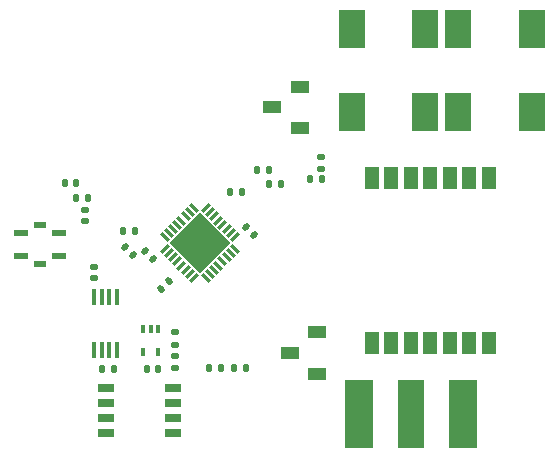
<source format=gbr>
%TF.GenerationSoftware,KiCad,Pcbnew,8.0.2*%
%TF.CreationDate,2024-07-16T02:57:23-07:00*%
%TF.ProjectId,sensor-node-rev-2s,73656e73-6f72-42d6-9e6f-64652d726576,rev?*%
%TF.SameCoordinates,Original*%
%TF.FileFunction,Paste,Top*%
%TF.FilePolarity,Positive*%
%FSLAX46Y46*%
G04 Gerber Fmt 4.6, Leading zero omitted, Abs format (unit mm)*
G04 Created by KiCad (PCBNEW 8.0.2) date 2024-07-16 02:57:23*
%MOMM*%
%LPD*%
G01*
G04 APERTURE LIST*
G04 Aperture macros list*
%AMRoundRect*
0 Rectangle with rounded corners*
0 $1 Rounding radius*
0 $2 $3 $4 $5 $6 $7 $8 $9 X,Y pos of 4 corners*
0 Add a 4 corners polygon primitive as box body*
4,1,4,$2,$3,$4,$5,$6,$7,$8,$9,$2,$3,0*
0 Add four circle primitives for the rounded corners*
1,1,$1+$1,$2,$3*
1,1,$1+$1,$4,$5*
1,1,$1+$1,$6,$7*
1,1,$1+$1,$8,$9*
0 Add four rect primitives between the rounded corners*
20,1,$1+$1,$2,$3,$4,$5,0*
20,1,$1+$1,$4,$5,$6,$7,0*
20,1,$1+$1,$6,$7,$8,$9,0*
20,1,$1+$1,$8,$9,$2,$3,0*%
%AMRotRect*
0 Rectangle, with rotation*
0 The origin of the aperture is its center*
0 $1 length*
0 $2 width*
0 $3 Rotation angle, in degrees counterclockwise*
0 Add horizontal line*
21,1,$1,$2,0,0,$3*%
G04 Aperture macros list end*
%ADD10RoundRect,0.135000X0.185000X-0.135000X0.185000X0.135000X-0.185000X0.135000X-0.185000X-0.135000X0*%
%ADD11RoundRect,0.100000X-0.100000X0.225000X-0.100000X-0.225000X0.100000X-0.225000X0.100000X0.225000X0*%
%ADD12R,1.270000X1.905000*%
%ADD13RoundRect,0.135000X0.135000X0.185000X-0.135000X0.185000X-0.135000X-0.185000X0.135000X-0.185000X0*%
%ADD14RoundRect,0.140000X-0.219203X-0.021213X-0.021213X-0.219203X0.219203X0.021213X0.021213X0.219203X0*%
%ADD15RotRect,0.300000X0.850000X135.000000*%
%ADD16RotRect,0.300000X0.850000X45.000000*%
%ADD17RotRect,3.700000X3.700000X45.000000*%
%ADD18RoundRect,0.140000X-0.021213X0.219203X-0.219203X0.021213X0.021213X-0.219203X0.219203X-0.021213X0*%
%ADD19RoundRect,0.140000X0.219203X0.021213X0.021213X0.219203X-0.219203X-0.021213X-0.021213X-0.219203X0*%
%ADD20R,1.250000X0.600000*%
%ADD21R,1.000000X0.500000*%
%ADD22RoundRect,0.140000X0.140000X0.170000X-0.140000X0.170000X-0.140000X-0.170000X0.140000X-0.170000X0*%
%ADD23RoundRect,0.140000X0.170000X-0.140000X0.170000X0.140000X-0.170000X0.140000X-0.170000X-0.140000X0*%
%ADD24RoundRect,0.147500X0.147500X0.172500X-0.147500X0.172500X-0.147500X-0.172500X0.147500X-0.172500X0*%
%ADD25R,0.450000X1.450000*%
%ADD26RoundRect,0.135000X-0.135000X-0.185000X0.135000X-0.185000X0.135000X0.185000X-0.135000X0.185000X0*%
%ADD27RoundRect,0.147500X-0.147500X-0.172500X0.147500X-0.172500X0.147500X0.172500X-0.147500X0.172500X0*%
%ADD28R,2.300000X3.200000*%
%ADD29RoundRect,0.135000X-0.185000X0.135000X-0.185000X-0.135000X0.185000X-0.135000X0.185000X0.135000X0*%
%ADD30R,2.286000X5.842000*%
%ADD31R,2.413000X5.842000*%
%ADD32R,1.600000X1.000000*%
%ADD33R,1.450000X0.700000*%
G04 APERTURE END LIST*
D10*
%TO.C,R11*%
X89900000Y-137410000D03*
X89900000Y-136390000D03*
%TD*%
D11*
%TO.C,U4*%
X88500000Y-134115000D03*
X87850000Y-134115000D03*
X87200000Y-134115000D03*
X87200000Y-136015000D03*
X88500000Y-136015000D03*
%TD*%
D12*
%TO.C,PS1*%
X106577000Y-135254000D03*
X108228000Y-135254000D03*
X109879000Y-135254000D03*
X111530000Y-135254000D03*
X113181000Y-135254000D03*
X114832000Y-135254000D03*
X116483000Y-135254000D03*
X116483000Y-121284000D03*
X114832000Y-121284000D03*
X113181000Y-121284000D03*
X111530000Y-121284000D03*
X109879000Y-121284000D03*
X108228000Y-121284000D03*
X106577000Y-121284000D03*
%TD*%
D13*
%TO.C,R13*%
X84710000Y-137445000D03*
X83690000Y-137445000D03*
%TD*%
D14*
%TO.C,C4*%
X95900589Y-125450589D03*
X96579411Y-126129411D03*
%TD*%
D13*
%TO.C,R5*%
X82560000Y-122950000D03*
X81540000Y-122950000D03*
%TD*%
D10*
%TO.C,R14*%
X89900000Y-135390000D03*
X89900000Y-134370000D03*
%TD*%
D15*
%TO.C,U1*%
X89030152Y-127294975D03*
X89383705Y-127648528D03*
X89737258Y-128002082D03*
X90090812Y-128355635D03*
X90444365Y-128709188D03*
X90797918Y-129062742D03*
X91151472Y-129416295D03*
X91505025Y-129769848D03*
D16*
X92494975Y-129769848D03*
X92848528Y-129416295D03*
X93202082Y-129062742D03*
X93555635Y-128709188D03*
X93909188Y-128355635D03*
X94262742Y-128002082D03*
X94616295Y-127648528D03*
X94969848Y-127294975D03*
D15*
X94969848Y-126305025D03*
X94616295Y-125951472D03*
X94262742Y-125597918D03*
X93909188Y-125244365D03*
X93555635Y-124890812D03*
X93202082Y-124537258D03*
X92848528Y-124183705D03*
X92494975Y-123830152D03*
D16*
X91505025Y-123830152D03*
X91151472Y-124183705D03*
X90797918Y-124537258D03*
X90444365Y-124890812D03*
X90090812Y-125244365D03*
X89737258Y-125597918D03*
X89383705Y-125951472D03*
X89030152Y-126305025D03*
D17*
X92000000Y-126800000D03*
%TD*%
D18*
%TO.C,C2*%
X89389411Y-130010589D03*
X88710589Y-130689411D03*
%TD*%
D19*
%TO.C,C3*%
X88079411Y-128129411D03*
X87400589Y-127450589D03*
%TD*%
D20*
%TO.C,S4*%
X76835000Y-125910000D03*
X80085000Y-125910000D03*
X76835000Y-127910000D03*
X80085000Y-127910000D03*
D21*
X78460000Y-125260000D03*
X78460000Y-128560000D03*
%TD*%
D22*
%TO.C,C23*%
X88480000Y-137500000D03*
X87520000Y-137500000D03*
%TD*%
D23*
%TO.C,C24*%
X83050000Y-129780000D03*
X83050000Y-128820000D03*
%TD*%
D13*
%TO.C,R1*%
X86535000Y-125775000D03*
X85515000Y-125775000D03*
%TD*%
D24*
%TO.C,D1*%
X98835000Y-121800000D03*
X97865000Y-121800000D03*
%TD*%
D25*
%TO.C,IC2*%
X83050000Y-135815000D03*
X83700000Y-135815000D03*
X84350000Y-135815000D03*
X85000000Y-135815000D03*
X85000000Y-131365000D03*
X84350000Y-131365000D03*
X83700000Y-131365000D03*
X83050000Y-131365000D03*
%TD*%
D26*
%TO.C,R2*%
X101290000Y-121400000D03*
X102310000Y-121400000D03*
%TD*%
%TO.C,R4*%
X96840000Y-120650000D03*
X97860000Y-120650000D03*
%TD*%
D27*
%TO.C,D2*%
X80565000Y-121750000D03*
X81535000Y-121750000D03*
%TD*%
D28*
%TO.C,C8*%
X113900000Y-115700000D03*
X120100000Y-115700000D03*
%TD*%
D29*
%TO.C,R3*%
X102300000Y-119490000D03*
X102300000Y-120510000D03*
%TD*%
D26*
%TO.C,R10*%
X94590000Y-122500000D03*
X95610000Y-122500000D03*
%TD*%
D28*
%TO.C,C6*%
X111100000Y-115700000D03*
X104900000Y-115700000D03*
%TD*%
D13*
%TO.C,R6*%
X93810000Y-137400000D03*
X92790000Y-137400000D03*
%TD*%
D28*
%TO.C,C5*%
X111100000Y-108700000D03*
X104900000Y-108700000D03*
%TD*%
D23*
%TO.C,C22*%
X82300000Y-124930000D03*
X82300000Y-123970000D03*
%TD*%
D30*
%TO.C,J3*%
X109875000Y-141235600D03*
D31*
X114256500Y-141235600D03*
X105493500Y-141235600D03*
%TD*%
D28*
%TO.C,C1*%
X113900000Y-108700000D03*
X120100000Y-108700000D03*
%TD*%
D19*
%TO.C,C7*%
X86339411Y-127839411D03*
X85660589Y-127160589D03*
%TD*%
D32*
%TO.C,S1*%
X101950000Y-137850000D03*
X99650000Y-136100000D03*
X101950000Y-134350000D03*
%TD*%
D33*
%TO.C,IC1*%
X84100000Y-139045000D03*
X84100000Y-140315000D03*
X84100000Y-141585000D03*
X84100000Y-142855000D03*
X89700000Y-142855000D03*
X89700000Y-141585000D03*
X89700000Y-140315000D03*
X89700000Y-139045000D03*
%TD*%
D32*
%TO.C,S5*%
X100450000Y-117050000D03*
X98150000Y-115300000D03*
X100450000Y-113550000D03*
%TD*%
D13*
%TO.C,R7*%
X95910000Y-137400000D03*
X94890000Y-137400000D03*
%TD*%
M02*

</source>
